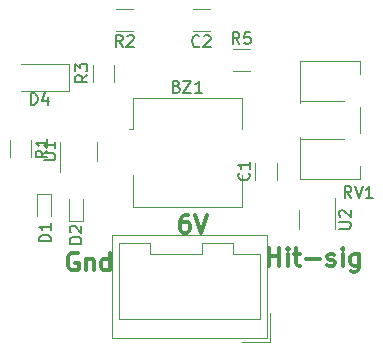
<source format=gbr>
%TF.GenerationSoftware,KiCad,Pcbnew,8.0.1*%
%TF.CreationDate,2024-05-29T15:36:32+02:00*%
%TF.ProjectId,TargetHitDetector,54617267-6574-4486-9974-446574656374,rev?*%
%TF.SameCoordinates,Original*%
%TF.FileFunction,Legend,Top*%
%TF.FilePolarity,Positive*%
%FSLAX46Y46*%
G04 Gerber Fmt 4.6, Leading zero omitted, Abs format (unit mm)*
G04 Created by KiCad (PCBNEW 8.0.1) date 2024-05-29 15:36:32*
%MOMM*%
%LPD*%
G01*
G04 APERTURE LIST*
%ADD10C,0.300000*%
%ADD11C,0.150000*%
%ADD12C,0.120000*%
G04 APERTURE END LIST*
D10*
X145997368Y-104200828D02*
X145711653Y-104200828D01*
X145711653Y-104200828D02*
X145568796Y-104272257D01*
X145568796Y-104272257D02*
X145497368Y-104343685D01*
X145497368Y-104343685D02*
X145354510Y-104557971D01*
X145354510Y-104557971D02*
X145283082Y-104843685D01*
X145283082Y-104843685D02*
X145283082Y-105415114D01*
X145283082Y-105415114D02*
X145354510Y-105557971D01*
X145354510Y-105557971D02*
X145425939Y-105629400D01*
X145425939Y-105629400D02*
X145568796Y-105700828D01*
X145568796Y-105700828D02*
X145854510Y-105700828D01*
X145854510Y-105700828D02*
X145997368Y-105629400D01*
X145997368Y-105629400D02*
X146068796Y-105557971D01*
X146068796Y-105557971D02*
X146140225Y-105415114D01*
X146140225Y-105415114D02*
X146140225Y-105057971D01*
X146140225Y-105057971D02*
X146068796Y-104915114D01*
X146068796Y-104915114D02*
X145997368Y-104843685D01*
X145997368Y-104843685D02*
X145854510Y-104772257D01*
X145854510Y-104772257D02*
X145568796Y-104772257D01*
X145568796Y-104772257D02*
X145425939Y-104843685D01*
X145425939Y-104843685D02*
X145354510Y-104915114D01*
X145354510Y-104915114D02*
X145283082Y-105057971D01*
X146568796Y-104200828D02*
X147068796Y-105700828D01*
X147068796Y-105700828D02*
X147568796Y-104200828D01*
X136640225Y-107472257D02*
X136497368Y-107400828D01*
X136497368Y-107400828D02*
X136283082Y-107400828D01*
X136283082Y-107400828D02*
X136068796Y-107472257D01*
X136068796Y-107472257D02*
X135925939Y-107615114D01*
X135925939Y-107615114D02*
X135854510Y-107757971D01*
X135854510Y-107757971D02*
X135783082Y-108043685D01*
X135783082Y-108043685D02*
X135783082Y-108257971D01*
X135783082Y-108257971D02*
X135854510Y-108543685D01*
X135854510Y-108543685D02*
X135925939Y-108686542D01*
X135925939Y-108686542D02*
X136068796Y-108829400D01*
X136068796Y-108829400D02*
X136283082Y-108900828D01*
X136283082Y-108900828D02*
X136425939Y-108900828D01*
X136425939Y-108900828D02*
X136640225Y-108829400D01*
X136640225Y-108829400D02*
X136711653Y-108757971D01*
X136711653Y-108757971D02*
X136711653Y-108257971D01*
X136711653Y-108257971D02*
X136425939Y-108257971D01*
X137354510Y-107900828D02*
X137354510Y-108900828D01*
X137354510Y-108043685D02*
X137425939Y-107972257D01*
X137425939Y-107972257D02*
X137568796Y-107900828D01*
X137568796Y-107900828D02*
X137783082Y-107900828D01*
X137783082Y-107900828D02*
X137925939Y-107972257D01*
X137925939Y-107972257D02*
X137997368Y-108115114D01*
X137997368Y-108115114D02*
X137997368Y-108900828D01*
X139354511Y-108900828D02*
X139354511Y-107400828D01*
X139354511Y-108829400D02*
X139211653Y-108900828D01*
X139211653Y-108900828D02*
X138925939Y-108900828D01*
X138925939Y-108900828D02*
X138783082Y-108829400D01*
X138783082Y-108829400D02*
X138711653Y-108757971D01*
X138711653Y-108757971D02*
X138640225Y-108615114D01*
X138640225Y-108615114D02*
X138640225Y-108186542D01*
X138640225Y-108186542D02*
X138711653Y-108043685D01*
X138711653Y-108043685D02*
X138783082Y-107972257D01*
X138783082Y-107972257D02*
X138925939Y-107900828D01*
X138925939Y-107900828D02*
X139211653Y-107900828D01*
X139211653Y-107900828D02*
X139354511Y-107972257D01*
X152854510Y-108500828D02*
X152854510Y-107000828D01*
X152854510Y-107715114D02*
X153711653Y-107715114D01*
X153711653Y-108500828D02*
X153711653Y-107000828D01*
X154425939Y-108500828D02*
X154425939Y-107500828D01*
X154425939Y-107000828D02*
X154354511Y-107072257D01*
X154354511Y-107072257D02*
X154425939Y-107143685D01*
X154425939Y-107143685D02*
X154497368Y-107072257D01*
X154497368Y-107072257D02*
X154425939Y-107000828D01*
X154425939Y-107000828D02*
X154425939Y-107143685D01*
X154925940Y-107500828D02*
X155497368Y-107500828D01*
X155140225Y-107000828D02*
X155140225Y-108286542D01*
X155140225Y-108286542D02*
X155211654Y-108429400D01*
X155211654Y-108429400D02*
X155354511Y-108500828D01*
X155354511Y-108500828D02*
X155497368Y-108500828D01*
X155997368Y-107929400D02*
X157140226Y-107929400D01*
X157783083Y-108429400D02*
X157925940Y-108500828D01*
X157925940Y-108500828D02*
X158211654Y-108500828D01*
X158211654Y-108500828D02*
X158354511Y-108429400D01*
X158354511Y-108429400D02*
X158425940Y-108286542D01*
X158425940Y-108286542D02*
X158425940Y-108215114D01*
X158425940Y-108215114D02*
X158354511Y-108072257D01*
X158354511Y-108072257D02*
X158211654Y-108000828D01*
X158211654Y-108000828D02*
X157997369Y-108000828D01*
X157997369Y-108000828D02*
X157854511Y-107929400D01*
X157854511Y-107929400D02*
X157783083Y-107786542D01*
X157783083Y-107786542D02*
X157783083Y-107715114D01*
X157783083Y-107715114D02*
X157854511Y-107572257D01*
X157854511Y-107572257D02*
X157997369Y-107500828D01*
X157997369Y-107500828D02*
X158211654Y-107500828D01*
X158211654Y-107500828D02*
X158354511Y-107572257D01*
X159068797Y-108500828D02*
X159068797Y-107500828D01*
X159068797Y-107000828D02*
X158997369Y-107072257D01*
X158997369Y-107072257D02*
X159068797Y-107143685D01*
X159068797Y-107143685D02*
X159140226Y-107072257D01*
X159140226Y-107072257D02*
X159068797Y-107000828D01*
X159068797Y-107000828D02*
X159068797Y-107143685D01*
X160425941Y-107500828D02*
X160425941Y-108715114D01*
X160425941Y-108715114D02*
X160354512Y-108857971D01*
X160354512Y-108857971D02*
X160283083Y-108929400D01*
X160283083Y-108929400D02*
X160140226Y-109000828D01*
X160140226Y-109000828D02*
X159925941Y-109000828D01*
X159925941Y-109000828D02*
X159783083Y-108929400D01*
X160425941Y-108429400D02*
X160283083Y-108500828D01*
X160283083Y-108500828D02*
X159997369Y-108500828D01*
X159997369Y-108500828D02*
X159854512Y-108429400D01*
X159854512Y-108429400D02*
X159783083Y-108357971D01*
X159783083Y-108357971D02*
X159711655Y-108215114D01*
X159711655Y-108215114D02*
X159711655Y-107786542D01*
X159711655Y-107786542D02*
X159783083Y-107643685D01*
X159783083Y-107643685D02*
X159854512Y-107572257D01*
X159854512Y-107572257D02*
X159997369Y-107500828D01*
X159997369Y-107500828D02*
X160283083Y-107500828D01*
X160283083Y-107500828D02*
X160425941Y-107572257D01*
D11*
X133754819Y-99561904D02*
X134564342Y-99561904D01*
X134564342Y-99561904D02*
X134659580Y-99514285D01*
X134659580Y-99514285D02*
X134707200Y-99466666D01*
X134707200Y-99466666D02*
X134754819Y-99371428D01*
X134754819Y-99371428D02*
X134754819Y-99180952D01*
X134754819Y-99180952D02*
X134707200Y-99085714D01*
X134707200Y-99085714D02*
X134659580Y-99038095D01*
X134659580Y-99038095D02*
X134564342Y-98990476D01*
X134564342Y-98990476D02*
X133754819Y-98990476D01*
X134754819Y-97990476D02*
X134754819Y-98561904D01*
X134754819Y-98276190D02*
X133754819Y-98276190D01*
X133754819Y-98276190D02*
X133897676Y-98371428D01*
X133897676Y-98371428D02*
X133992914Y-98466666D01*
X133992914Y-98466666D02*
X134040533Y-98561904D01*
X137434819Y-92366666D02*
X136958628Y-92699999D01*
X137434819Y-92938094D02*
X136434819Y-92938094D01*
X136434819Y-92938094D02*
X136434819Y-92557142D01*
X136434819Y-92557142D02*
X136482438Y-92461904D01*
X136482438Y-92461904D02*
X136530057Y-92414285D01*
X136530057Y-92414285D02*
X136625295Y-92366666D01*
X136625295Y-92366666D02*
X136768152Y-92366666D01*
X136768152Y-92366666D02*
X136863390Y-92414285D01*
X136863390Y-92414285D02*
X136911009Y-92461904D01*
X136911009Y-92461904D02*
X136958628Y-92557142D01*
X136958628Y-92557142D02*
X136958628Y-92938094D01*
X136434819Y-92033332D02*
X136434819Y-91414285D01*
X136434819Y-91414285D02*
X136815771Y-91747618D01*
X136815771Y-91747618D02*
X136815771Y-91604761D01*
X136815771Y-91604761D02*
X136863390Y-91509523D01*
X136863390Y-91509523D02*
X136911009Y-91461904D01*
X136911009Y-91461904D02*
X137006247Y-91414285D01*
X137006247Y-91414285D02*
X137244342Y-91414285D01*
X137244342Y-91414285D02*
X137339580Y-91461904D01*
X137339580Y-91461904D02*
X137387200Y-91509523D01*
X137387200Y-91509523D02*
X137434819Y-91604761D01*
X137434819Y-91604761D02*
X137434819Y-91890475D01*
X137434819Y-91890475D02*
X137387200Y-91985713D01*
X137387200Y-91985713D02*
X137339580Y-92033332D01*
X136954819Y-106638094D02*
X135954819Y-106638094D01*
X135954819Y-106638094D02*
X135954819Y-106399999D01*
X135954819Y-106399999D02*
X136002438Y-106257142D01*
X136002438Y-106257142D02*
X136097676Y-106161904D01*
X136097676Y-106161904D02*
X136192914Y-106114285D01*
X136192914Y-106114285D02*
X136383390Y-106066666D01*
X136383390Y-106066666D02*
X136526247Y-106066666D01*
X136526247Y-106066666D02*
X136716723Y-106114285D01*
X136716723Y-106114285D02*
X136811961Y-106161904D01*
X136811961Y-106161904D02*
X136907200Y-106257142D01*
X136907200Y-106257142D02*
X136954819Y-106399999D01*
X136954819Y-106399999D02*
X136954819Y-106638094D01*
X136050057Y-105685713D02*
X136002438Y-105638094D01*
X136002438Y-105638094D02*
X135954819Y-105542856D01*
X135954819Y-105542856D02*
X135954819Y-105304761D01*
X135954819Y-105304761D02*
X136002438Y-105209523D01*
X136002438Y-105209523D02*
X136050057Y-105161904D01*
X136050057Y-105161904D02*
X136145295Y-105114285D01*
X136145295Y-105114285D02*
X136240533Y-105114285D01*
X136240533Y-105114285D02*
X136383390Y-105161904D01*
X136383390Y-105161904D02*
X136954819Y-105733332D01*
X136954819Y-105733332D02*
X136954819Y-105114285D01*
X132661905Y-94874819D02*
X132661905Y-93874819D01*
X132661905Y-93874819D02*
X132900000Y-93874819D01*
X132900000Y-93874819D02*
X133042857Y-93922438D01*
X133042857Y-93922438D02*
X133138095Y-94017676D01*
X133138095Y-94017676D02*
X133185714Y-94112914D01*
X133185714Y-94112914D02*
X133233333Y-94303390D01*
X133233333Y-94303390D02*
X133233333Y-94446247D01*
X133233333Y-94446247D02*
X133185714Y-94636723D01*
X133185714Y-94636723D02*
X133138095Y-94731961D01*
X133138095Y-94731961D02*
X133042857Y-94827200D01*
X133042857Y-94827200D02*
X132900000Y-94874819D01*
X132900000Y-94874819D02*
X132661905Y-94874819D01*
X134090476Y-94208152D02*
X134090476Y-94874819D01*
X133852381Y-93827200D02*
X133614286Y-94541485D01*
X133614286Y-94541485D02*
X134233333Y-94541485D01*
X151109580Y-100666666D02*
X151157200Y-100714285D01*
X151157200Y-100714285D02*
X151204819Y-100857142D01*
X151204819Y-100857142D02*
X151204819Y-100952380D01*
X151204819Y-100952380D02*
X151157200Y-101095237D01*
X151157200Y-101095237D02*
X151061961Y-101190475D01*
X151061961Y-101190475D02*
X150966723Y-101238094D01*
X150966723Y-101238094D02*
X150776247Y-101285713D01*
X150776247Y-101285713D02*
X150633390Y-101285713D01*
X150633390Y-101285713D02*
X150442914Y-101238094D01*
X150442914Y-101238094D02*
X150347676Y-101190475D01*
X150347676Y-101190475D02*
X150252438Y-101095237D01*
X150252438Y-101095237D02*
X150204819Y-100952380D01*
X150204819Y-100952380D02*
X150204819Y-100857142D01*
X150204819Y-100857142D02*
X150252438Y-100714285D01*
X150252438Y-100714285D02*
X150300057Y-100666666D01*
X151204819Y-99714285D02*
X151204819Y-100285713D01*
X151204819Y-99999999D02*
X150204819Y-99999999D01*
X150204819Y-99999999D02*
X150347676Y-100095237D01*
X150347676Y-100095237D02*
X150442914Y-100190475D01*
X150442914Y-100190475D02*
X150490533Y-100285713D01*
X150333333Y-89734819D02*
X150000000Y-89258628D01*
X149761905Y-89734819D02*
X149761905Y-88734819D01*
X149761905Y-88734819D02*
X150142857Y-88734819D01*
X150142857Y-88734819D02*
X150238095Y-88782438D01*
X150238095Y-88782438D02*
X150285714Y-88830057D01*
X150285714Y-88830057D02*
X150333333Y-88925295D01*
X150333333Y-88925295D02*
X150333333Y-89068152D01*
X150333333Y-89068152D02*
X150285714Y-89163390D01*
X150285714Y-89163390D02*
X150238095Y-89211009D01*
X150238095Y-89211009D02*
X150142857Y-89258628D01*
X150142857Y-89258628D02*
X149761905Y-89258628D01*
X151238095Y-88734819D02*
X150761905Y-88734819D01*
X150761905Y-88734819D02*
X150714286Y-89211009D01*
X150714286Y-89211009D02*
X150761905Y-89163390D01*
X150761905Y-89163390D02*
X150857143Y-89115771D01*
X150857143Y-89115771D02*
X151095238Y-89115771D01*
X151095238Y-89115771D02*
X151190476Y-89163390D01*
X151190476Y-89163390D02*
X151238095Y-89211009D01*
X151238095Y-89211009D02*
X151285714Y-89306247D01*
X151285714Y-89306247D02*
X151285714Y-89544342D01*
X151285714Y-89544342D02*
X151238095Y-89639580D01*
X151238095Y-89639580D02*
X151190476Y-89687200D01*
X151190476Y-89687200D02*
X151095238Y-89734819D01*
X151095238Y-89734819D02*
X150857143Y-89734819D01*
X150857143Y-89734819D02*
X150761905Y-89687200D01*
X150761905Y-89687200D02*
X150714286Y-89639580D01*
X145019047Y-93331009D02*
X145161904Y-93378628D01*
X145161904Y-93378628D02*
X145209523Y-93426247D01*
X145209523Y-93426247D02*
X145257142Y-93521485D01*
X145257142Y-93521485D02*
X145257142Y-93664342D01*
X145257142Y-93664342D02*
X145209523Y-93759580D01*
X145209523Y-93759580D02*
X145161904Y-93807200D01*
X145161904Y-93807200D02*
X145066666Y-93854819D01*
X145066666Y-93854819D02*
X144685714Y-93854819D01*
X144685714Y-93854819D02*
X144685714Y-92854819D01*
X144685714Y-92854819D02*
X145019047Y-92854819D01*
X145019047Y-92854819D02*
X145114285Y-92902438D01*
X145114285Y-92902438D02*
X145161904Y-92950057D01*
X145161904Y-92950057D02*
X145209523Y-93045295D01*
X145209523Y-93045295D02*
X145209523Y-93140533D01*
X145209523Y-93140533D02*
X145161904Y-93235771D01*
X145161904Y-93235771D02*
X145114285Y-93283390D01*
X145114285Y-93283390D02*
X145019047Y-93331009D01*
X145019047Y-93331009D02*
X144685714Y-93331009D01*
X145590476Y-92854819D02*
X146257142Y-92854819D01*
X146257142Y-92854819D02*
X145590476Y-93854819D01*
X145590476Y-93854819D02*
X146257142Y-93854819D01*
X147161904Y-93854819D02*
X146590476Y-93854819D01*
X146876190Y-93854819D02*
X146876190Y-92854819D01*
X146876190Y-92854819D02*
X146780952Y-92997676D01*
X146780952Y-92997676D02*
X146685714Y-93092914D01*
X146685714Y-93092914D02*
X146590476Y-93140533D01*
X134354819Y-106438094D02*
X133354819Y-106438094D01*
X133354819Y-106438094D02*
X133354819Y-106199999D01*
X133354819Y-106199999D02*
X133402438Y-106057142D01*
X133402438Y-106057142D02*
X133497676Y-105961904D01*
X133497676Y-105961904D02*
X133592914Y-105914285D01*
X133592914Y-105914285D02*
X133783390Y-105866666D01*
X133783390Y-105866666D02*
X133926247Y-105866666D01*
X133926247Y-105866666D02*
X134116723Y-105914285D01*
X134116723Y-105914285D02*
X134211961Y-105961904D01*
X134211961Y-105961904D02*
X134307200Y-106057142D01*
X134307200Y-106057142D02*
X134354819Y-106199999D01*
X134354819Y-106199999D02*
X134354819Y-106438094D01*
X134354819Y-104914285D02*
X134354819Y-105485713D01*
X134354819Y-105199999D02*
X133354819Y-105199999D01*
X133354819Y-105199999D02*
X133497676Y-105295237D01*
X133497676Y-105295237D02*
X133592914Y-105390475D01*
X133592914Y-105390475D02*
X133640533Y-105485713D01*
X146933333Y-89909580D02*
X146885714Y-89957200D01*
X146885714Y-89957200D02*
X146742857Y-90004819D01*
X146742857Y-90004819D02*
X146647619Y-90004819D01*
X146647619Y-90004819D02*
X146504762Y-89957200D01*
X146504762Y-89957200D02*
X146409524Y-89861961D01*
X146409524Y-89861961D02*
X146361905Y-89766723D01*
X146361905Y-89766723D02*
X146314286Y-89576247D01*
X146314286Y-89576247D02*
X146314286Y-89433390D01*
X146314286Y-89433390D02*
X146361905Y-89242914D01*
X146361905Y-89242914D02*
X146409524Y-89147676D01*
X146409524Y-89147676D02*
X146504762Y-89052438D01*
X146504762Y-89052438D02*
X146647619Y-89004819D01*
X146647619Y-89004819D02*
X146742857Y-89004819D01*
X146742857Y-89004819D02*
X146885714Y-89052438D01*
X146885714Y-89052438D02*
X146933333Y-89100057D01*
X147314286Y-89100057D02*
X147361905Y-89052438D01*
X147361905Y-89052438D02*
X147457143Y-89004819D01*
X147457143Y-89004819D02*
X147695238Y-89004819D01*
X147695238Y-89004819D02*
X147790476Y-89052438D01*
X147790476Y-89052438D02*
X147838095Y-89100057D01*
X147838095Y-89100057D02*
X147885714Y-89195295D01*
X147885714Y-89195295D02*
X147885714Y-89290533D01*
X147885714Y-89290533D02*
X147838095Y-89433390D01*
X147838095Y-89433390D02*
X147266667Y-90004819D01*
X147266667Y-90004819D02*
X147885714Y-90004819D01*
X158754819Y-105361904D02*
X159564342Y-105361904D01*
X159564342Y-105361904D02*
X159659580Y-105314285D01*
X159659580Y-105314285D02*
X159707200Y-105266666D01*
X159707200Y-105266666D02*
X159754819Y-105171428D01*
X159754819Y-105171428D02*
X159754819Y-104980952D01*
X159754819Y-104980952D02*
X159707200Y-104885714D01*
X159707200Y-104885714D02*
X159659580Y-104838095D01*
X159659580Y-104838095D02*
X159564342Y-104790476D01*
X159564342Y-104790476D02*
X158754819Y-104790476D01*
X158850057Y-104361904D02*
X158802438Y-104314285D01*
X158802438Y-104314285D02*
X158754819Y-104219047D01*
X158754819Y-104219047D02*
X158754819Y-103980952D01*
X158754819Y-103980952D02*
X158802438Y-103885714D01*
X158802438Y-103885714D02*
X158850057Y-103838095D01*
X158850057Y-103838095D02*
X158945295Y-103790476D01*
X158945295Y-103790476D02*
X159040533Y-103790476D01*
X159040533Y-103790476D02*
X159183390Y-103838095D01*
X159183390Y-103838095D02*
X159754819Y-104409523D01*
X159754819Y-104409523D02*
X159754819Y-103790476D01*
X140433333Y-89974819D02*
X140100000Y-89498628D01*
X139861905Y-89974819D02*
X139861905Y-88974819D01*
X139861905Y-88974819D02*
X140242857Y-88974819D01*
X140242857Y-88974819D02*
X140338095Y-89022438D01*
X140338095Y-89022438D02*
X140385714Y-89070057D01*
X140385714Y-89070057D02*
X140433333Y-89165295D01*
X140433333Y-89165295D02*
X140433333Y-89308152D01*
X140433333Y-89308152D02*
X140385714Y-89403390D01*
X140385714Y-89403390D02*
X140338095Y-89451009D01*
X140338095Y-89451009D02*
X140242857Y-89498628D01*
X140242857Y-89498628D02*
X139861905Y-89498628D01*
X140814286Y-89070057D02*
X140861905Y-89022438D01*
X140861905Y-89022438D02*
X140957143Y-88974819D01*
X140957143Y-88974819D02*
X141195238Y-88974819D01*
X141195238Y-88974819D02*
X141290476Y-89022438D01*
X141290476Y-89022438D02*
X141338095Y-89070057D01*
X141338095Y-89070057D02*
X141385714Y-89165295D01*
X141385714Y-89165295D02*
X141385714Y-89260533D01*
X141385714Y-89260533D02*
X141338095Y-89403390D01*
X141338095Y-89403390D02*
X140766667Y-89974819D01*
X140766667Y-89974819D02*
X141385714Y-89974819D01*
X159804761Y-102779819D02*
X159471428Y-102303628D01*
X159233333Y-102779819D02*
X159233333Y-101779819D01*
X159233333Y-101779819D02*
X159614285Y-101779819D01*
X159614285Y-101779819D02*
X159709523Y-101827438D01*
X159709523Y-101827438D02*
X159757142Y-101875057D01*
X159757142Y-101875057D02*
X159804761Y-101970295D01*
X159804761Y-101970295D02*
X159804761Y-102113152D01*
X159804761Y-102113152D02*
X159757142Y-102208390D01*
X159757142Y-102208390D02*
X159709523Y-102256009D01*
X159709523Y-102256009D02*
X159614285Y-102303628D01*
X159614285Y-102303628D02*
X159233333Y-102303628D01*
X160090476Y-101779819D02*
X160423809Y-102779819D01*
X160423809Y-102779819D02*
X160757142Y-101779819D01*
X161614285Y-102779819D02*
X161042857Y-102779819D01*
X161328571Y-102779819D02*
X161328571Y-101779819D01*
X161328571Y-101779819D02*
X161233333Y-101922676D01*
X161233333Y-101922676D02*
X161138095Y-102017914D01*
X161138095Y-102017914D02*
X161042857Y-102065533D01*
X134074819Y-98766666D02*
X133598628Y-99099999D01*
X134074819Y-99338094D02*
X133074819Y-99338094D01*
X133074819Y-99338094D02*
X133074819Y-98957142D01*
X133074819Y-98957142D02*
X133122438Y-98861904D01*
X133122438Y-98861904D02*
X133170057Y-98814285D01*
X133170057Y-98814285D02*
X133265295Y-98766666D01*
X133265295Y-98766666D02*
X133408152Y-98766666D01*
X133408152Y-98766666D02*
X133503390Y-98814285D01*
X133503390Y-98814285D02*
X133551009Y-98861904D01*
X133551009Y-98861904D02*
X133598628Y-98957142D01*
X133598628Y-98957142D02*
X133598628Y-99338094D01*
X134074819Y-97814285D02*
X134074819Y-98385713D01*
X134074819Y-98099999D02*
X133074819Y-98099999D01*
X133074819Y-98099999D02*
X133217676Y-98195237D01*
X133217676Y-98195237D02*
X133312914Y-98290475D01*
X133312914Y-98290475D02*
X133360533Y-98385713D01*
D12*
%TO.C,U1*%
X135140000Y-98800000D02*
X135140000Y-98000000D01*
X135140000Y-98800000D02*
X135140000Y-100600000D01*
X138260000Y-98800000D02*
X138260000Y-98000000D01*
X138260000Y-98800000D02*
X138260000Y-99600000D01*
%TO.C,J1*%
X139540000Y-105940000D02*
X139540000Y-114660000D01*
X139540000Y-114660000D02*
X152660000Y-114660000D01*
X140150000Y-106550000D02*
X140150000Y-113050000D01*
X140150000Y-113050000D02*
X152050000Y-113050000D01*
X142750000Y-106550000D02*
X140150000Y-106550000D01*
X142750000Y-107550000D02*
X142750000Y-106550000D01*
X147150000Y-106550000D02*
X147150000Y-107550000D01*
X147150000Y-107550000D02*
X142750000Y-107550000D01*
X149750000Y-106550000D02*
X147150000Y-106550000D01*
X149750000Y-107550000D02*
X149750000Y-106550000D01*
X152050000Y-107550000D02*
X149750000Y-107550000D01*
X152050000Y-113050000D02*
X152050000Y-107550000D01*
X152660000Y-105940000D02*
X139540000Y-105940000D01*
X152660000Y-114660000D02*
X152660000Y-105940000D01*
X152960000Y-112550000D02*
X152960000Y-114960000D01*
X152960000Y-114960000D02*
X150550000Y-114960000D01*
%TO.C,R3*%
X137890000Y-92927064D02*
X137890000Y-91472936D01*
X139710000Y-92927064D02*
X139710000Y-91472936D01*
%TO.C,D2*%
X135900000Y-102900000D02*
X135900000Y-104750000D01*
X135900000Y-104750000D02*
X137100000Y-104750000D01*
X137100000Y-102900000D02*
X137100000Y-104750000D01*
%TO.C,D4*%
X131800000Y-93735000D02*
X135860000Y-93735000D01*
X135860000Y-91465000D02*
X131800000Y-91465000D01*
X135860000Y-93735000D02*
X135860000Y-91465000D01*
%TO.C,C1*%
X151690000Y-101211252D02*
X151690000Y-99788748D01*
X153510000Y-101211252D02*
X153510000Y-99788748D01*
%TO.C,R5*%
X149772936Y-90190000D02*
X151227064Y-90190000D01*
X149772936Y-92010000D02*
X151227064Y-92010000D01*
%TO.C,BZ1*%
X141290000Y-94290000D02*
X150510000Y-94290000D01*
X141290000Y-96940000D02*
X140960000Y-96940000D01*
X141290000Y-96940000D02*
X141290000Y-94290000D01*
X141290000Y-103510000D02*
X141290000Y-100860000D01*
X150510000Y-94290000D02*
X150510000Y-96940000D01*
X150510000Y-100860000D02*
X150510000Y-103510000D01*
X150510000Y-103510000D02*
X141290000Y-103510000D01*
%TO.C,D1*%
X133200000Y-104300000D02*
X133200000Y-102450000D01*
X134400000Y-102450000D02*
X133200000Y-102450000D01*
X134400000Y-104300000D02*
X134400000Y-102450000D01*
%TO.C,C2*%
X147811252Y-86790000D02*
X146388748Y-86790000D01*
X147811252Y-88610000D02*
X146388748Y-88610000D01*
%TO.C,U2*%
X155340000Y-104600000D02*
X155340000Y-103800000D01*
X155340000Y-104600000D02*
X155340000Y-105400000D01*
X158460000Y-104600000D02*
X158460000Y-102800000D01*
X158460000Y-104600000D02*
X158460000Y-105400000D01*
%TO.C,R2*%
X141327064Y-86790000D02*
X139872936Y-86790000D01*
X141327064Y-88610000D02*
X139872936Y-88610000D01*
%TO.C,RV1*%
X155480000Y-94750000D02*
X155480000Y-91155000D01*
X155480000Y-94750000D02*
X155480000Y-94555000D01*
X155480000Y-97795000D02*
X155480000Y-97600000D01*
X155480000Y-101196000D02*
X155480000Y-97600000D01*
X159163000Y-94555000D02*
X155480000Y-94555000D01*
X159163000Y-97795000D02*
X155480000Y-97795000D01*
X160521000Y-91155000D02*
X155480000Y-91155000D01*
X160521000Y-92250000D02*
X160521000Y-91155000D01*
X160521000Y-97249000D02*
X160521000Y-95100000D01*
X160521000Y-97249000D02*
X160521000Y-95100000D01*
X160521000Y-101196000D02*
X155480000Y-101196000D01*
X160521000Y-101196000D02*
X160521000Y-100101000D01*
%TO.C,R1*%
X130890000Y-97872936D02*
X130890000Y-99327064D01*
X132710000Y-97872936D02*
X132710000Y-99327064D01*
%TD*%
M02*

</source>
